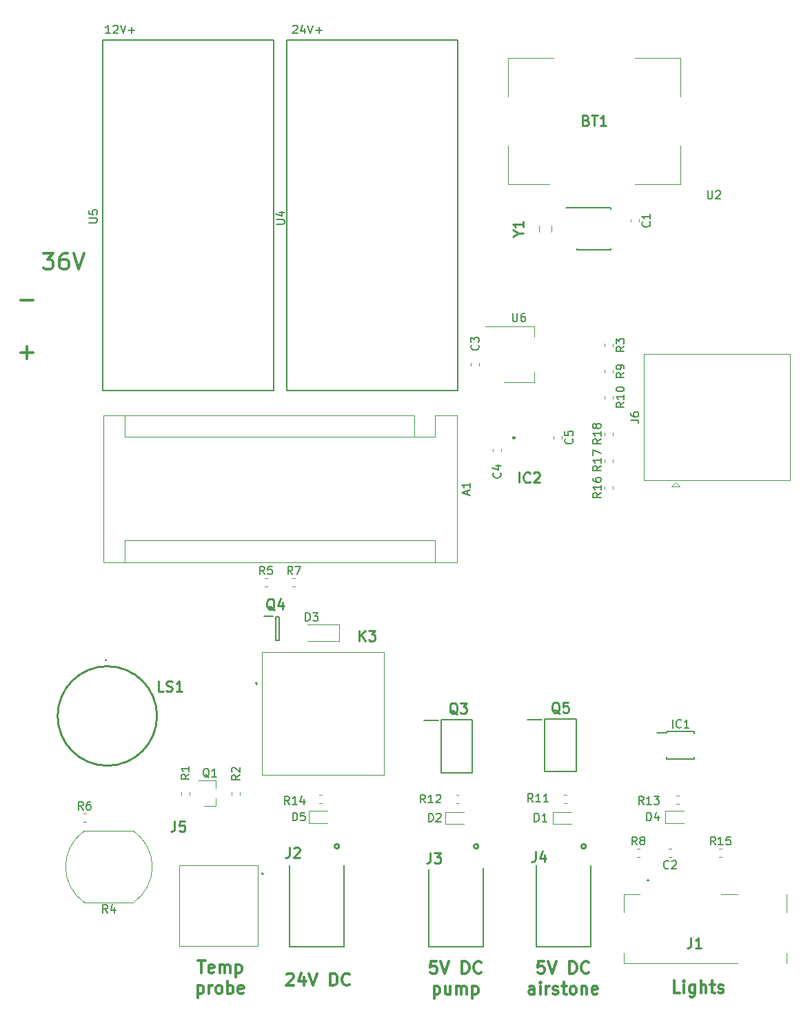
<source format=gbr>
G04 #@! TF.GenerationSoftware,KiCad,Pcbnew,(5.1.4)-1*
G04 #@! TF.CreationDate,2019-09-05T22:40:59+02:00*
G04 #@! TF.ProjectId,Control_board,436f6e74-726f-46c5-9f62-6f6172642e6b,rev?*
G04 #@! TF.SameCoordinates,Original*
G04 #@! TF.FileFunction,Legend,Top*
G04 #@! TF.FilePolarity,Positive*
%FSLAX46Y46*%
G04 Gerber Fmt 4.6, Leading zero omitted, Abs format (unit mm)*
G04 Created by KiCad (PCBNEW (5.1.4)-1) date 2019-09-05 22:40:59*
%MOMM*%
%LPD*%
G04 APERTURE LIST*
%ADD10C,0.150000*%
%ADD11C,0.300000*%
%ADD12C,0.100000*%
%ADD13C,0.200000*%
%ADD14C,0.120000*%
%ADD15C,0.254000*%
G04 APERTURE END LIST*
D10*
X112190476Y-62047619D02*
X112238095Y-62000000D01*
X112333333Y-61952380D01*
X112571428Y-61952380D01*
X112666666Y-62000000D01*
X112714285Y-62047619D01*
X112761904Y-62142857D01*
X112761904Y-62238095D01*
X112714285Y-62380952D01*
X112142857Y-62952380D01*
X112761904Y-62952380D01*
X113619047Y-62285714D02*
X113619047Y-62952380D01*
X113380952Y-61904761D02*
X113142857Y-62619047D01*
X113761904Y-62619047D01*
X114000000Y-61952380D02*
X114333333Y-62952380D01*
X114666666Y-61952380D01*
X115000000Y-62571428D02*
X115761904Y-62571428D01*
X115380952Y-62952380D02*
X115380952Y-62190476D01*
X89761904Y-62952380D02*
X89190476Y-62952380D01*
X89476190Y-62952380D02*
X89476190Y-61952380D01*
X89380952Y-62095238D01*
X89285714Y-62190476D01*
X89190476Y-62238095D01*
X90142857Y-62047619D02*
X90190476Y-62000000D01*
X90285714Y-61952380D01*
X90523809Y-61952380D01*
X90619047Y-62000000D01*
X90666666Y-62047619D01*
X90714285Y-62142857D01*
X90714285Y-62238095D01*
X90666666Y-62380952D01*
X90095238Y-62952380D01*
X90714285Y-62952380D01*
X91000000Y-61952380D02*
X91333333Y-62952380D01*
X91666666Y-61952380D01*
X92000000Y-62571428D02*
X92761904Y-62571428D01*
X92380952Y-62952380D02*
X92380952Y-62190476D01*
D11*
X78738095Y-95642857D02*
X80261904Y-95642857D01*
X78738095Y-102142857D02*
X80261904Y-102142857D01*
X79500000Y-102904761D02*
X79500000Y-101380952D01*
X81523809Y-89904761D02*
X82761904Y-89904761D01*
X82095238Y-90666666D01*
X82380952Y-90666666D01*
X82571428Y-90761904D01*
X82666666Y-90857142D01*
X82761904Y-91047619D01*
X82761904Y-91523809D01*
X82666666Y-91714285D01*
X82571428Y-91809523D01*
X82380952Y-91904761D01*
X81809523Y-91904761D01*
X81619047Y-91809523D01*
X81523809Y-91714285D01*
X84476190Y-89904761D02*
X84095238Y-89904761D01*
X83904761Y-90000000D01*
X83809523Y-90095238D01*
X83619047Y-90380952D01*
X83523809Y-90761904D01*
X83523809Y-91523809D01*
X83619047Y-91714285D01*
X83714285Y-91809523D01*
X83904761Y-91904761D01*
X84285714Y-91904761D01*
X84476190Y-91809523D01*
X84571428Y-91714285D01*
X84666666Y-91523809D01*
X84666666Y-91047619D01*
X84571428Y-90857142D01*
X84476190Y-90761904D01*
X84285714Y-90666666D01*
X83904761Y-90666666D01*
X83714285Y-90761904D01*
X83619047Y-90857142D01*
X83523809Y-91047619D01*
X85238095Y-89904761D02*
X85904761Y-91904761D01*
X86571428Y-89904761D01*
X159714285Y-180678571D02*
X159000000Y-180678571D01*
X159000000Y-179178571D01*
X160214285Y-180678571D02*
X160214285Y-179678571D01*
X160214285Y-179178571D02*
X160142857Y-179250000D01*
X160214285Y-179321428D01*
X160285714Y-179250000D01*
X160214285Y-179178571D01*
X160214285Y-179321428D01*
X161571428Y-179678571D02*
X161571428Y-180892857D01*
X161500000Y-181035714D01*
X161428571Y-181107142D01*
X161285714Y-181178571D01*
X161071428Y-181178571D01*
X160928571Y-181107142D01*
X161571428Y-180607142D02*
X161428571Y-180678571D01*
X161142857Y-180678571D01*
X161000000Y-180607142D01*
X160928571Y-180535714D01*
X160857142Y-180392857D01*
X160857142Y-179964285D01*
X160928571Y-179821428D01*
X161000000Y-179750000D01*
X161142857Y-179678571D01*
X161428571Y-179678571D01*
X161571428Y-179750000D01*
X162285714Y-180678571D02*
X162285714Y-179178571D01*
X162928571Y-180678571D02*
X162928571Y-179892857D01*
X162857142Y-179750000D01*
X162714285Y-179678571D01*
X162500000Y-179678571D01*
X162357142Y-179750000D01*
X162285714Y-179821428D01*
X163428571Y-179678571D02*
X164000000Y-179678571D01*
X163642857Y-179178571D02*
X163642857Y-180464285D01*
X163714285Y-180607142D01*
X163857142Y-180678571D01*
X164000000Y-180678571D01*
X164428571Y-180607142D02*
X164571428Y-180678571D01*
X164857142Y-180678571D01*
X165000000Y-180607142D01*
X165071428Y-180464285D01*
X165071428Y-180392857D01*
X165000000Y-180250000D01*
X164857142Y-180178571D01*
X164642857Y-180178571D01*
X164500000Y-180107142D01*
X164428571Y-179964285D01*
X164428571Y-179892857D01*
X164500000Y-179750000D01*
X164642857Y-179678571D01*
X164857142Y-179678571D01*
X165000000Y-179750000D01*
X100550000Y-176703571D02*
X101407142Y-176703571D01*
X100978571Y-178203571D02*
X100978571Y-176703571D01*
X102478571Y-178132142D02*
X102335714Y-178203571D01*
X102050000Y-178203571D01*
X101907142Y-178132142D01*
X101835714Y-177989285D01*
X101835714Y-177417857D01*
X101907142Y-177275000D01*
X102050000Y-177203571D01*
X102335714Y-177203571D01*
X102478571Y-177275000D01*
X102550000Y-177417857D01*
X102550000Y-177560714D01*
X101835714Y-177703571D01*
X103192857Y-178203571D02*
X103192857Y-177203571D01*
X103192857Y-177346428D02*
X103264285Y-177275000D01*
X103407142Y-177203571D01*
X103621428Y-177203571D01*
X103764285Y-177275000D01*
X103835714Y-177417857D01*
X103835714Y-178203571D01*
X103835714Y-177417857D02*
X103907142Y-177275000D01*
X104050000Y-177203571D01*
X104264285Y-177203571D01*
X104407142Y-177275000D01*
X104478571Y-177417857D01*
X104478571Y-178203571D01*
X105192857Y-177203571D02*
X105192857Y-178703571D01*
X105192857Y-177275000D02*
X105335714Y-177203571D01*
X105621428Y-177203571D01*
X105764285Y-177275000D01*
X105835714Y-177346428D01*
X105907142Y-177489285D01*
X105907142Y-177917857D01*
X105835714Y-178060714D01*
X105764285Y-178132142D01*
X105621428Y-178203571D01*
X105335714Y-178203571D01*
X105192857Y-178132142D01*
X100514285Y-179753571D02*
X100514285Y-181253571D01*
X100514285Y-179825000D02*
X100657142Y-179753571D01*
X100942857Y-179753571D01*
X101085714Y-179825000D01*
X101157142Y-179896428D01*
X101228571Y-180039285D01*
X101228571Y-180467857D01*
X101157142Y-180610714D01*
X101085714Y-180682142D01*
X100942857Y-180753571D01*
X100657142Y-180753571D01*
X100514285Y-180682142D01*
X101871428Y-180753571D02*
X101871428Y-179753571D01*
X101871428Y-180039285D02*
X101942857Y-179896428D01*
X102014285Y-179825000D01*
X102157142Y-179753571D01*
X102300000Y-179753571D01*
X103014285Y-180753571D02*
X102871428Y-180682142D01*
X102800000Y-180610714D01*
X102728571Y-180467857D01*
X102728571Y-180039285D01*
X102800000Y-179896428D01*
X102871428Y-179825000D01*
X103014285Y-179753571D01*
X103228571Y-179753571D01*
X103371428Y-179825000D01*
X103442857Y-179896428D01*
X103514285Y-180039285D01*
X103514285Y-180467857D01*
X103442857Y-180610714D01*
X103371428Y-180682142D01*
X103228571Y-180753571D01*
X103014285Y-180753571D01*
X104157142Y-180753571D02*
X104157142Y-179253571D01*
X104157142Y-179825000D02*
X104300000Y-179753571D01*
X104585714Y-179753571D01*
X104728571Y-179825000D01*
X104800000Y-179896428D01*
X104871428Y-180039285D01*
X104871428Y-180467857D01*
X104800000Y-180610714D01*
X104728571Y-180682142D01*
X104585714Y-180753571D01*
X104300000Y-180753571D01*
X104157142Y-180682142D01*
X106085714Y-180682142D02*
X105942857Y-180753571D01*
X105657142Y-180753571D01*
X105514285Y-180682142D01*
X105442857Y-180539285D01*
X105442857Y-179967857D01*
X105514285Y-179825000D01*
X105657142Y-179753571D01*
X105942857Y-179753571D01*
X106085714Y-179825000D01*
X106157142Y-179967857D01*
X106157142Y-180110714D01*
X105442857Y-180253571D01*
X111442857Y-178421428D02*
X111514285Y-178350000D01*
X111657142Y-178278571D01*
X112014285Y-178278571D01*
X112157142Y-178350000D01*
X112228571Y-178421428D01*
X112300000Y-178564285D01*
X112300000Y-178707142D01*
X112228571Y-178921428D01*
X111371428Y-179778571D01*
X112300000Y-179778571D01*
X113585714Y-178778571D02*
X113585714Y-179778571D01*
X113228571Y-178207142D02*
X112871428Y-179278571D01*
X113800000Y-179278571D01*
X114157142Y-178278571D02*
X114657142Y-179778571D01*
X115157142Y-178278571D01*
X116800000Y-179778571D02*
X116800000Y-178278571D01*
X117157142Y-178278571D01*
X117371428Y-178350000D01*
X117514285Y-178492857D01*
X117585714Y-178635714D01*
X117657142Y-178921428D01*
X117657142Y-179135714D01*
X117585714Y-179421428D01*
X117514285Y-179564285D01*
X117371428Y-179707142D01*
X117157142Y-179778571D01*
X116800000Y-179778571D01*
X119157142Y-179635714D02*
X119085714Y-179707142D01*
X118871428Y-179778571D01*
X118728571Y-179778571D01*
X118514285Y-179707142D01*
X118371428Y-179564285D01*
X118300000Y-179421428D01*
X118228571Y-179135714D01*
X118228571Y-178921428D01*
X118300000Y-178635714D01*
X118371428Y-178492857D01*
X118514285Y-178350000D01*
X118728571Y-178278571D01*
X118871428Y-178278571D01*
X119085714Y-178350000D01*
X119157142Y-178421428D01*
X143042857Y-176803571D02*
X142328571Y-176803571D01*
X142257142Y-177517857D01*
X142328571Y-177446428D01*
X142471428Y-177375000D01*
X142828571Y-177375000D01*
X142971428Y-177446428D01*
X143042857Y-177517857D01*
X143114285Y-177660714D01*
X143114285Y-178017857D01*
X143042857Y-178160714D01*
X142971428Y-178232142D01*
X142828571Y-178303571D01*
X142471428Y-178303571D01*
X142328571Y-178232142D01*
X142257142Y-178160714D01*
X143542857Y-176803571D02*
X144042857Y-178303571D01*
X144542857Y-176803571D01*
X146185714Y-178303571D02*
X146185714Y-176803571D01*
X146542857Y-176803571D01*
X146757142Y-176875000D01*
X146900000Y-177017857D01*
X146971428Y-177160714D01*
X147042857Y-177446428D01*
X147042857Y-177660714D01*
X146971428Y-177946428D01*
X146900000Y-178089285D01*
X146757142Y-178232142D01*
X146542857Y-178303571D01*
X146185714Y-178303571D01*
X148542857Y-178160714D02*
X148471428Y-178232142D01*
X148257142Y-178303571D01*
X148114285Y-178303571D01*
X147900000Y-178232142D01*
X147757142Y-178089285D01*
X147685714Y-177946428D01*
X147614285Y-177660714D01*
X147614285Y-177446428D01*
X147685714Y-177160714D01*
X147757142Y-177017857D01*
X147900000Y-176875000D01*
X148114285Y-176803571D01*
X148257142Y-176803571D01*
X148471428Y-176875000D01*
X148542857Y-176946428D01*
X141864285Y-180853571D02*
X141864285Y-180067857D01*
X141792857Y-179925000D01*
X141650000Y-179853571D01*
X141364285Y-179853571D01*
X141221428Y-179925000D01*
X141864285Y-180782142D02*
X141721428Y-180853571D01*
X141364285Y-180853571D01*
X141221428Y-180782142D01*
X141150000Y-180639285D01*
X141150000Y-180496428D01*
X141221428Y-180353571D01*
X141364285Y-180282142D01*
X141721428Y-180282142D01*
X141864285Y-180210714D01*
X142578571Y-180853571D02*
X142578571Y-179853571D01*
X142578571Y-179353571D02*
X142507142Y-179425000D01*
X142578571Y-179496428D01*
X142650000Y-179425000D01*
X142578571Y-179353571D01*
X142578571Y-179496428D01*
X143292857Y-180853571D02*
X143292857Y-179853571D01*
X143292857Y-180139285D02*
X143364285Y-179996428D01*
X143435714Y-179925000D01*
X143578571Y-179853571D01*
X143721428Y-179853571D01*
X144150000Y-180782142D02*
X144292857Y-180853571D01*
X144578571Y-180853571D01*
X144721428Y-180782142D01*
X144792857Y-180639285D01*
X144792857Y-180567857D01*
X144721428Y-180425000D01*
X144578571Y-180353571D01*
X144364285Y-180353571D01*
X144221428Y-180282142D01*
X144150000Y-180139285D01*
X144150000Y-180067857D01*
X144221428Y-179925000D01*
X144364285Y-179853571D01*
X144578571Y-179853571D01*
X144721428Y-179925000D01*
X145221428Y-179853571D02*
X145792857Y-179853571D01*
X145435714Y-179353571D02*
X145435714Y-180639285D01*
X145507142Y-180782142D01*
X145650000Y-180853571D01*
X145792857Y-180853571D01*
X146507142Y-180853571D02*
X146364285Y-180782142D01*
X146292857Y-180710714D01*
X146221428Y-180567857D01*
X146221428Y-180139285D01*
X146292857Y-179996428D01*
X146364285Y-179925000D01*
X146507142Y-179853571D01*
X146721428Y-179853571D01*
X146864285Y-179925000D01*
X146935714Y-179996428D01*
X147007142Y-180139285D01*
X147007142Y-180567857D01*
X146935714Y-180710714D01*
X146864285Y-180782142D01*
X146721428Y-180853571D01*
X146507142Y-180853571D01*
X147650000Y-179853571D02*
X147650000Y-180853571D01*
X147650000Y-179996428D02*
X147721428Y-179925000D01*
X147864285Y-179853571D01*
X148078571Y-179853571D01*
X148221428Y-179925000D01*
X148292857Y-180067857D01*
X148292857Y-180853571D01*
X149578571Y-180782142D02*
X149435714Y-180853571D01*
X149150000Y-180853571D01*
X149007142Y-180782142D01*
X148935714Y-180639285D01*
X148935714Y-180067857D01*
X149007142Y-179925000D01*
X149150000Y-179853571D01*
X149435714Y-179853571D01*
X149578571Y-179925000D01*
X149650000Y-180067857D01*
X149650000Y-180210714D01*
X148935714Y-180353571D01*
X129842857Y-176803571D02*
X129128571Y-176803571D01*
X129057142Y-177517857D01*
X129128571Y-177446428D01*
X129271428Y-177375000D01*
X129628571Y-177375000D01*
X129771428Y-177446428D01*
X129842857Y-177517857D01*
X129914285Y-177660714D01*
X129914285Y-178017857D01*
X129842857Y-178160714D01*
X129771428Y-178232142D01*
X129628571Y-178303571D01*
X129271428Y-178303571D01*
X129128571Y-178232142D01*
X129057142Y-178160714D01*
X130342857Y-176803571D02*
X130842857Y-178303571D01*
X131342857Y-176803571D01*
X132985714Y-178303571D02*
X132985714Y-176803571D01*
X133342857Y-176803571D01*
X133557142Y-176875000D01*
X133700000Y-177017857D01*
X133771428Y-177160714D01*
X133842857Y-177446428D01*
X133842857Y-177660714D01*
X133771428Y-177946428D01*
X133700000Y-178089285D01*
X133557142Y-178232142D01*
X133342857Y-178303571D01*
X132985714Y-178303571D01*
X135342857Y-178160714D02*
X135271428Y-178232142D01*
X135057142Y-178303571D01*
X134914285Y-178303571D01*
X134700000Y-178232142D01*
X134557142Y-178089285D01*
X134485714Y-177946428D01*
X134414285Y-177660714D01*
X134414285Y-177446428D01*
X134485714Y-177160714D01*
X134557142Y-177017857D01*
X134700000Y-176875000D01*
X134914285Y-176803571D01*
X135057142Y-176803571D01*
X135271428Y-176875000D01*
X135342857Y-176946428D01*
X129521428Y-179853571D02*
X129521428Y-181353571D01*
X129521428Y-179925000D02*
X129664285Y-179853571D01*
X129950000Y-179853571D01*
X130092857Y-179925000D01*
X130164285Y-179996428D01*
X130235714Y-180139285D01*
X130235714Y-180567857D01*
X130164285Y-180710714D01*
X130092857Y-180782142D01*
X129950000Y-180853571D01*
X129664285Y-180853571D01*
X129521428Y-180782142D01*
X131521428Y-179853571D02*
X131521428Y-180853571D01*
X130878571Y-179853571D02*
X130878571Y-180639285D01*
X130950000Y-180782142D01*
X131092857Y-180853571D01*
X131307142Y-180853571D01*
X131450000Y-180782142D01*
X131521428Y-180710714D01*
X132235714Y-180853571D02*
X132235714Y-179853571D01*
X132235714Y-179996428D02*
X132307142Y-179925000D01*
X132450000Y-179853571D01*
X132664285Y-179853571D01*
X132807142Y-179925000D01*
X132878571Y-180067857D01*
X132878571Y-180853571D01*
X132878571Y-180067857D02*
X132950000Y-179925000D01*
X133092857Y-179853571D01*
X133307142Y-179853571D01*
X133450000Y-179925000D01*
X133521428Y-180067857D01*
X133521428Y-180853571D01*
X134235714Y-179853571D02*
X134235714Y-181353571D01*
X134235714Y-179925000D02*
X134378571Y-179853571D01*
X134664285Y-179853571D01*
X134807142Y-179925000D01*
X134878571Y-179996428D01*
X134950000Y-180139285D01*
X134950000Y-180567857D01*
X134878571Y-180710714D01*
X134807142Y-180782142D01*
X134664285Y-180853571D01*
X134378571Y-180853571D01*
X134235714Y-180782142D01*
D12*
X154800000Y-168588000D02*
X152800000Y-168588000D01*
X152800000Y-168588000D02*
X152800000Y-170763000D01*
X152800000Y-175762000D02*
X152800000Y-177038000D01*
X152800000Y-177038000D02*
X166800000Y-177038000D01*
X172800000Y-177038000D02*
X172800000Y-175762000D01*
X164800000Y-168588000D02*
X166800000Y-168588000D01*
X172800000Y-168588000D02*
X172800000Y-170763000D01*
D13*
X155700000Y-166862000D02*
X155700000Y-166862000D01*
X155900000Y-166862000D02*
X155900000Y-166862000D01*
X155900000Y-166862000D02*
G75*
G03X155700000Y-166862000I-100000J0D01*
G01*
X155700000Y-166862000D02*
G75*
G03X155900000Y-166862000I100000J0D01*
G01*
D14*
X141860000Y-105760000D02*
X141860000Y-104500000D01*
X141860000Y-98940000D02*
X141860000Y-100200000D01*
X138100000Y-105760000D02*
X141860000Y-105760000D01*
X135850000Y-98940000D02*
X141860000Y-98940000D01*
X127130000Y-112470000D02*
X129670000Y-112470000D01*
X129670000Y-112470000D02*
X129670000Y-109800000D01*
X127130000Y-109800000D02*
X88900000Y-109800000D01*
X132340000Y-109800000D02*
X129670000Y-109800000D01*
X129670000Y-125170000D02*
X129670000Y-127840000D01*
X129670000Y-125170000D02*
X91570000Y-125170000D01*
X91570000Y-125170000D02*
X91570000Y-127840000D01*
X127130000Y-112470000D02*
X127130000Y-109800000D01*
X127130000Y-112470000D02*
X91570000Y-112470000D01*
X91570000Y-112470000D02*
X91570000Y-109800000D01*
X88900000Y-109800000D02*
X88900000Y-127840000D01*
X88900000Y-127840000D02*
X132340000Y-127840000D01*
X132340000Y-127840000D02*
X132340000Y-109800000D01*
D10*
X132400000Y-106800000D02*
X132400000Y-85800000D01*
X111400000Y-106800000D02*
X132400000Y-106800000D01*
X111400000Y-63800000D02*
X111400000Y-106800000D01*
X132400000Y-63800000D02*
X111400000Y-63800000D01*
X132400000Y-85800000D02*
X132400000Y-63800000D01*
D12*
X138650000Y-70700000D02*
X138650000Y-65950000D01*
X138650000Y-65950000D02*
X144200000Y-65950000D01*
X138650000Y-76700000D02*
X138650000Y-81450000D01*
X138650000Y-81450000D02*
X143700000Y-81450000D01*
X154200000Y-65950000D02*
X159750000Y-65950000D01*
X159750000Y-65950000D02*
X159750000Y-70700000D01*
X154200000Y-81450000D02*
X159750000Y-81450000D01*
X159750000Y-81450000D02*
X159750000Y-76700000D01*
D14*
X154710000Y-85737221D02*
X154710000Y-86062779D01*
X153690000Y-85737221D02*
X153690000Y-86062779D01*
X117850000Y-137500000D02*
X117850000Y-135500000D01*
X117850000Y-135500000D02*
X113950000Y-135500000D01*
X117850000Y-137500000D02*
X113950000Y-137500000D01*
D12*
X98238000Y-165050000D02*
X107888000Y-165050000D01*
X107888000Y-165050000D02*
X107888000Y-174960000D01*
X107888000Y-174960000D02*
X98238000Y-174960000D01*
X98238000Y-174960000D02*
X98238000Y-165050000D01*
D13*
X108463000Y-166160000D02*
X108463000Y-166160000D01*
X108463000Y-165960000D02*
X108463000Y-165960000D01*
X108463000Y-165960000D02*
G75*
G03X108463000Y-166160000I0J-100000D01*
G01*
X108463000Y-166160000D02*
G75*
G03X108463000Y-165960000I0J100000D01*
G01*
D12*
X108400000Y-138900000D02*
X123400000Y-138900000D01*
X123400000Y-138900000D02*
X123400000Y-153900000D01*
X123400000Y-153900000D02*
X108400000Y-153900000D01*
X108400000Y-153900000D02*
X108400000Y-138900000D01*
D13*
X107700000Y-142800000D02*
X107700000Y-142800000D01*
X107700000Y-142600000D02*
X107700000Y-142600000D01*
X107700000Y-142600000D02*
G75*
G03X107700000Y-142800000I0J-100000D01*
G01*
X107700000Y-142800000D02*
G75*
G03X107700000Y-142600000I0J100000D01*
G01*
D15*
X95500000Y-146700000D02*
G75*
G03X95500000Y-146700000I-6100000J0D01*
G01*
X89222090Y-139839000D02*
G75*
G03X89222090Y-139839000I-50090J0D01*
G01*
D14*
X102760000Y-157780000D02*
X102760000Y-156850000D01*
X102760000Y-154620000D02*
X102760000Y-155550000D01*
X102760000Y-154620000D02*
X100600000Y-154620000D01*
X102760000Y-157780000D02*
X101300000Y-157780000D01*
D13*
X110075000Y-134550000D02*
X110525000Y-134550000D01*
X110525000Y-134550000D02*
X110525000Y-137450000D01*
X110525000Y-137450000D02*
X110075000Y-137450000D01*
X110075000Y-137450000D02*
X110075000Y-134550000D01*
X108675000Y-134500000D02*
X109725000Y-134500000D01*
D14*
X98490000Y-156049721D02*
X98490000Y-156375279D01*
X99510000Y-156049721D02*
X99510000Y-156375279D01*
X104690000Y-156375279D02*
X104690000Y-156049721D01*
X105710000Y-156375279D02*
X105710000Y-156049721D01*
X92600000Y-160800000D02*
X86600000Y-160800000D01*
X92600000Y-169600000D02*
X86600000Y-169600000D01*
X92632650Y-169577560D02*
G75*
G03X92600000Y-160800000I-3032650J4377560D01*
G01*
X86567350Y-160822440D02*
G75*
G03X86600000Y-169600000I3032650J-4377560D01*
G01*
X108724721Y-130810000D02*
X109050279Y-130810000D01*
X108724721Y-129790000D02*
X109050279Y-129790000D01*
X86437221Y-159710000D02*
X86762779Y-159710000D01*
X86437221Y-158690000D02*
X86762779Y-158690000D01*
X112149721Y-129790000D02*
X112475279Y-129790000D01*
X112149721Y-130810000D02*
X112475279Y-130810000D01*
D10*
X147125000Y-84325000D02*
X147125000Y-84375000D01*
X151275000Y-84325000D02*
X151275000Y-84470000D01*
X151275000Y-89475000D02*
X151275000Y-89330000D01*
X147125000Y-89475000D02*
X147125000Y-89330000D01*
X147125000Y-84325000D02*
X151275000Y-84325000D01*
X147125000Y-89475000D02*
X151275000Y-89475000D01*
X147125000Y-84375000D02*
X145725000Y-84375000D01*
X109800000Y-85800000D02*
X109800000Y-63800000D01*
X109800000Y-63800000D02*
X88800000Y-63800000D01*
X88800000Y-63800000D02*
X88800000Y-106800000D01*
X88800000Y-106800000D02*
X109800000Y-106800000D01*
X109800000Y-106800000D02*
X109800000Y-85800000D01*
D12*
X143950000Y-86500000D02*
X143950000Y-87300000D01*
X142450000Y-86500000D02*
X142450000Y-87300000D01*
D14*
X158665279Y-164010000D02*
X158339721Y-164010000D01*
X158665279Y-162990000D02*
X158339721Y-162990000D01*
X154444721Y-162990000D02*
X154770279Y-162990000D01*
X154444721Y-164010000D02*
X154770279Y-164010000D01*
X135060000Y-103374721D02*
X135060000Y-103700279D01*
X134040000Y-103374721D02*
X134040000Y-103700279D01*
X144115000Y-159935000D02*
X146400000Y-159935000D01*
X144115000Y-158465000D02*
X144115000Y-159935000D01*
X146400000Y-158465000D02*
X144115000Y-158465000D01*
X133212500Y-158465000D02*
X130927500Y-158465000D01*
X130927500Y-158465000D02*
X130927500Y-159935000D01*
X130927500Y-159935000D02*
X133212500Y-159935000D01*
X160187500Y-158365000D02*
X157902500Y-158365000D01*
X157902500Y-158365000D02*
X157902500Y-159835000D01*
X157902500Y-159835000D02*
X160187500Y-159835000D01*
X114115000Y-159835000D02*
X116400000Y-159835000D01*
X114115000Y-158365000D02*
X114115000Y-159835000D01*
X116400000Y-158365000D02*
X114115000Y-158365000D01*
D10*
X158125000Y-148625000D02*
X158125000Y-148800000D01*
X161475000Y-148625000D02*
X161475000Y-148875000D01*
X161475000Y-151975000D02*
X161475000Y-151725000D01*
X158125000Y-151975000D02*
X158125000Y-151725000D01*
X158125000Y-148625000D02*
X161475000Y-148625000D01*
X158125000Y-151975000D02*
X161475000Y-151975000D01*
X158125000Y-148800000D02*
X156875000Y-148800000D01*
D13*
X130375000Y-147150000D02*
X134225000Y-147150000D01*
X134225000Y-147150000D02*
X134225000Y-153650000D01*
X134225000Y-153650000D02*
X130375000Y-153650000D01*
X130375000Y-153650000D02*
X130375000Y-147150000D01*
X128275000Y-147275000D02*
X130025000Y-147275000D01*
X141025000Y-147175000D02*
X142775000Y-147175000D01*
X143125000Y-153550000D02*
X143125000Y-147050000D01*
X146975000Y-153550000D02*
X143125000Y-153550000D01*
X146975000Y-147050000D02*
X146975000Y-153550000D01*
X143125000Y-147050000D02*
X146975000Y-147050000D01*
D14*
X145449721Y-156390000D02*
X145775279Y-156390000D01*
X145449721Y-157410000D02*
X145775279Y-157410000D01*
X132237221Y-157410000D02*
X132562779Y-157410000D01*
X132237221Y-156390000D02*
X132562779Y-156390000D01*
X159249721Y-156490000D02*
X159575279Y-156490000D01*
X159249721Y-157510000D02*
X159575279Y-157510000D01*
X115449721Y-157410000D02*
X115775279Y-157410000D01*
X115449721Y-156390000D02*
X115775279Y-156390000D01*
D13*
X128850000Y-175000000D02*
X135500000Y-175000000D01*
D15*
X134974360Y-162700000D02*
G75*
G03X134974360Y-162700000I-274360J0D01*
G01*
D10*
X135600000Y-175000000D02*
X135600000Y-165400000D01*
X128850000Y-175000000D02*
X128850000Y-165500000D01*
D13*
X111750000Y-175000000D02*
X118400000Y-175000000D01*
D15*
X117874360Y-162700000D02*
G75*
G03X117874360Y-162700000I-274360J0D01*
G01*
D10*
X118500000Y-175000000D02*
X118500000Y-165400000D01*
X111750000Y-175000000D02*
X111750000Y-165500000D01*
X118500000Y-165400000D02*
X118500000Y-165000000D01*
X111800000Y-165000000D02*
X111800000Y-165500000D01*
X142100000Y-165000000D02*
X142100000Y-165500000D01*
X148800000Y-165400000D02*
X148800000Y-165000000D01*
X142050000Y-175000000D02*
X142050000Y-165500000D01*
X148800000Y-175000000D02*
X148800000Y-165400000D01*
D15*
X148174360Y-162700000D02*
G75*
G03X148174360Y-162700000I-274360J0D01*
G01*
D13*
X142050000Y-175000000D02*
X148700000Y-175000000D01*
D14*
X164549721Y-162990000D02*
X164875279Y-162990000D01*
X164549721Y-164010000D02*
X164875279Y-164010000D01*
X136790000Y-113937221D02*
X136790000Y-114262779D01*
X137810000Y-113937221D02*
X137810000Y-114262779D01*
X145210000Y-112349721D02*
X145210000Y-112675279D01*
X144190000Y-112349721D02*
X144190000Y-112675279D01*
X159700000Y-118500000D02*
X159200000Y-118000000D01*
X158700000Y-118500000D02*
X159700000Y-118500000D01*
X159200000Y-118000000D02*
X158700000Y-118500000D01*
X173280000Y-117815000D02*
X173280000Y-102295000D01*
X155320000Y-102295000D02*
X173280000Y-102295000D01*
X155320000Y-102295000D02*
X155320000Y-117815000D01*
X155320000Y-117815000D02*
X173280000Y-117815000D01*
X151510000Y-101037221D02*
X151510000Y-101362779D01*
X150490000Y-101037221D02*
X150490000Y-101362779D01*
X151510000Y-104237221D02*
X151510000Y-104562779D01*
X150490000Y-104237221D02*
X150490000Y-104562779D01*
X150490000Y-107424721D02*
X150490000Y-107750279D01*
X151510000Y-107424721D02*
X151510000Y-107750279D01*
X151510000Y-118850279D02*
X151510000Y-118524721D01*
X150490000Y-118850279D02*
X150490000Y-118524721D01*
X150490000Y-115550279D02*
X150490000Y-115224721D01*
X151510000Y-115550279D02*
X151510000Y-115224721D01*
X151510000Y-112250279D02*
X151510000Y-111924721D01*
X150490000Y-112250279D02*
X150490000Y-111924721D01*
D15*
X139450000Y-112550000D02*
G75*
G03X139450000Y-112550000I-125000J0D01*
G01*
X161076666Y-173904523D02*
X161076666Y-174811666D01*
X161016190Y-174993095D01*
X160895238Y-175114047D01*
X160713809Y-175174523D01*
X160592857Y-175174523D01*
X162346666Y-175174523D02*
X161620952Y-175174523D01*
X161983809Y-175174523D02*
X161983809Y-173904523D01*
X161862857Y-174085952D01*
X161741904Y-174206904D01*
X161620952Y-174267380D01*
D10*
X139188095Y-97302380D02*
X139188095Y-98111904D01*
X139235714Y-98207142D01*
X139283333Y-98254761D01*
X139378571Y-98302380D01*
X139569047Y-98302380D01*
X139664285Y-98254761D01*
X139711904Y-98207142D01*
X139759523Y-98111904D01*
X139759523Y-97302380D01*
X140664285Y-97302380D02*
X140473809Y-97302380D01*
X140378571Y-97350000D01*
X140330952Y-97397619D01*
X140235714Y-97540476D01*
X140188095Y-97730952D01*
X140188095Y-98111904D01*
X140235714Y-98207142D01*
X140283333Y-98254761D01*
X140378571Y-98302380D01*
X140569047Y-98302380D01*
X140664285Y-98254761D01*
X140711904Y-98207142D01*
X140759523Y-98111904D01*
X140759523Y-97873809D01*
X140711904Y-97778571D01*
X140664285Y-97730952D01*
X140569047Y-97683333D01*
X140378571Y-97683333D01*
X140283333Y-97730952D01*
X140235714Y-97778571D01*
X140188095Y-97873809D01*
X133646666Y-119534285D02*
X133646666Y-119058095D01*
X133932380Y-119629523D02*
X132932380Y-119296190D01*
X133932380Y-118962857D01*
X133932380Y-118105714D02*
X133932380Y-118677142D01*
X133932380Y-118391428D02*
X132932380Y-118391428D01*
X133075238Y-118486666D01*
X133170476Y-118581904D01*
X133218095Y-118677142D01*
X110152380Y-86361904D02*
X110961904Y-86361904D01*
X111057142Y-86314285D01*
X111104761Y-86266666D01*
X111152380Y-86171428D01*
X111152380Y-85980952D01*
X111104761Y-85885714D01*
X111057142Y-85838095D01*
X110961904Y-85790476D01*
X110152380Y-85790476D01*
X110485714Y-84885714D02*
X111152380Y-84885714D01*
X110104761Y-85123809D02*
X110819047Y-85361904D01*
X110819047Y-84742857D01*
D15*
X148202142Y-73609285D02*
X148383571Y-73669761D01*
X148444047Y-73730238D01*
X148504523Y-73851190D01*
X148504523Y-74032619D01*
X148444047Y-74153571D01*
X148383571Y-74214047D01*
X148262619Y-74274523D01*
X147778809Y-74274523D01*
X147778809Y-73004523D01*
X148202142Y-73004523D01*
X148323095Y-73065000D01*
X148383571Y-73125476D01*
X148444047Y-73246428D01*
X148444047Y-73367380D01*
X148383571Y-73488333D01*
X148323095Y-73548809D01*
X148202142Y-73609285D01*
X147778809Y-73609285D01*
X148867380Y-73004523D02*
X149593095Y-73004523D01*
X149230238Y-74274523D02*
X149230238Y-73004523D01*
X150681666Y-74274523D02*
X149955952Y-74274523D01*
X150318809Y-74274523D02*
X150318809Y-73004523D01*
X150197857Y-73185952D01*
X150076904Y-73306904D01*
X149955952Y-73367380D01*
D10*
X155987142Y-86066666D02*
X156034761Y-86114285D01*
X156082380Y-86257142D01*
X156082380Y-86352380D01*
X156034761Y-86495238D01*
X155939523Y-86590476D01*
X155844285Y-86638095D01*
X155653809Y-86685714D01*
X155510952Y-86685714D01*
X155320476Y-86638095D01*
X155225238Y-86590476D01*
X155130000Y-86495238D01*
X155082380Y-86352380D01*
X155082380Y-86257142D01*
X155130000Y-86114285D01*
X155177619Y-86066666D01*
X156082380Y-85114285D02*
X156082380Y-85685714D01*
X156082380Y-85400000D02*
X155082380Y-85400000D01*
X155225238Y-85495238D01*
X155320476Y-85590476D01*
X155368095Y-85685714D01*
X113761904Y-135052380D02*
X113761904Y-134052380D01*
X114000000Y-134052380D01*
X114142857Y-134100000D01*
X114238095Y-134195238D01*
X114285714Y-134290476D01*
X114333333Y-134480952D01*
X114333333Y-134623809D01*
X114285714Y-134814285D01*
X114238095Y-134909523D01*
X114142857Y-135004761D01*
X114000000Y-135052380D01*
X113761904Y-135052380D01*
X114666666Y-134052380D02*
X115285714Y-134052380D01*
X114952380Y-134433333D01*
X115095238Y-134433333D01*
X115190476Y-134480952D01*
X115238095Y-134528571D01*
X115285714Y-134623809D01*
X115285714Y-134861904D01*
X115238095Y-134957142D01*
X115190476Y-135004761D01*
X115095238Y-135052380D01*
X114809523Y-135052380D01*
X114714285Y-135004761D01*
X114666666Y-134957142D01*
D15*
X97676666Y-159604523D02*
X97676666Y-160511666D01*
X97616190Y-160693095D01*
X97495238Y-160814047D01*
X97313809Y-160874523D01*
X97192857Y-160874523D01*
X98886190Y-159604523D02*
X98281428Y-159604523D01*
X98220952Y-160209285D01*
X98281428Y-160148809D01*
X98402380Y-160088333D01*
X98704761Y-160088333D01*
X98825714Y-160148809D01*
X98886190Y-160209285D01*
X98946666Y-160330238D01*
X98946666Y-160632619D01*
X98886190Y-160753571D01*
X98825714Y-160814047D01*
X98704761Y-160874523D01*
X98402380Y-160874523D01*
X98281428Y-160814047D01*
X98220952Y-160753571D01*
X120362619Y-137474523D02*
X120362619Y-136204523D01*
X121088333Y-137474523D02*
X120544047Y-136748809D01*
X121088333Y-136204523D02*
X120362619Y-136930238D01*
X121511666Y-136204523D02*
X122297857Y-136204523D01*
X121874523Y-136688333D01*
X122055952Y-136688333D01*
X122176904Y-136748809D01*
X122237380Y-136809285D01*
X122297857Y-136930238D01*
X122297857Y-137232619D01*
X122237380Y-137353571D01*
X122176904Y-137414047D01*
X122055952Y-137474523D01*
X121693095Y-137474523D01*
X121572142Y-137414047D01*
X121511666Y-137353571D01*
X96283571Y-143674523D02*
X95678809Y-143674523D01*
X95678809Y-142404523D01*
X96646428Y-143614047D02*
X96827857Y-143674523D01*
X97130238Y-143674523D01*
X97251190Y-143614047D01*
X97311666Y-143553571D01*
X97372142Y-143432619D01*
X97372142Y-143311666D01*
X97311666Y-143190714D01*
X97251190Y-143130238D01*
X97130238Y-143069761D01*
X96888333Y-143009285D01*
X96767380Y-142948809D01*
X96706904Y-142888333D01*
X96646428Y-142767380D01*
X96646428Y-142646428D01*
X96706904Y-142525476D01*
X96767380Y-142465000D01*
X96888333Y-142404523D01*
X97190714Y-142404523D01*
X97372142Y-142465000D01*
X98581666Y-143674523D02*
X97855952Y-143674523D01*
X98218809Y-143674523D02*
X98218809Y-142404523D01*
X98097857Y-142585952D01*
X97976904Y-142706904D01*
X97855952Y-142767380D01*
D10*
X101904761Y-154247619D02*
X101809523Y-154200000D01*
X101714285Y-154104761D01*
X101571428Y-153961904D01*
X101476190Y-153914285D01*
X101380952Y-153914285D01*
X101428571Y-154152380D02*
X101333333Y-154104761D01*
X101238095Y-154009523D01*
X101190476Y-153819047D01*
X101190476Y-153485714D01*
X101238095Y-153295238D01*
X101333333Y-153200000D01*
X101428571Y-153152380D01*
X101619047Y-153152380D01*
X101714285Y-153200000D01*
X101809523Y-153295238D01*
X101857142Y-153485714D01*
X101857142Y-153819047D01*
X101809523Y-154009523D01*
X101714285Y-154104761D01*
X101619047Y-154152380D01*
X101428571Y-154152380D01*
X102809523Y-154152380D02*
X102238095Y-154152380D01*
X102523809Y-154152380D02*
X102523809Y-153152380D01*
X102428571Y-153295238D01*
X102333333Y-153390476D01*
X102238095Y-153438095D01*
D15*
X109929047Y-133695476D02*
X109808095Y-133635000D01*
X109687142Y-133514047D01*
X109505714Y-133332619D01*
X109384761Y-133272142D01*
X109263809Y-133272142D01*
X109324285Y-133574523D02*
X109203333Y-133514047D01*
X109082380Y-133393095D01*
X109021904Y-133151190D01*
X109021904Y-132727857D01*
X109082380Y-132485952D01*
X109203333Y-132365000D01*
X109324285Y-132304523D01*
X109566190Y-132304523D01*
X109687142Y-132365000D01*
X109808095Y-132485952D01*
X109868571Y-132727857D01*
X109868571Y-133151190D01*
X109808095Y-133393095D01*
X109687142Y-133514047D01*
X109566190Y-133574523D01*
X109324285Y-133574523D01*
X110957142Y-132727857D02*
X110957142Y-133574523D01*
X110654761Y-132244047D02*
X110352380Y-133151190D01*
X111138571Y-133151190D01*
D10*
X99452380Y-153866666D02*
X98976190Y-154200000D01*
X99452380Y-154438095D02*
X98452380Y-154438095D01*
X98452380Y-154057142D01*
X98500000Y-153961904D01*
X98547619Y-153914285D01*
X98642857Y-153866666D01*
X98785714Y-153866666D01*
X98880952Y-153914285D01*
X98928571Y-153961904D01*
X98976190Y-154057142D01*
X98976190Y-154438095D01*
X99452380Y-152914285D02*
X99452380Y-153485714D01*
X99452380Y-153200000D02*
X98452380Y-153200000D01*
X98595238Y-153295238D01*
X98690476Y-153390476D01*
X98738095Y-153485714D01*
X105652380Y-153966666D02*
X105176190Y-154300000D01*
X105652380Y-154538095D02*
X104652380Y-154538095D01*
X104652380Y-154157142D01*
X104700000Y-154061904D01*
X104747619Y-154014285D01*
X104842857Y-153966666D01*
X104985714Y-153966666D01*
X105080952Y-154014285D01*
X105128571Y-154061904D01*
X105176190Y-154157142D01*
X105176190Y-154538095D01*
X104747619Y-153585714D02*
X104700000Y-153538095D01*
X104652380Y-153442857D01*
X104652380Y-153204761D01*
X104700000Y-153109523D01*
X104747619Y-153061904D01*
X104842857Y-153014285D01*
X104938095Y-153014285D01*
X105080952Y-153061904D01*
X105652380Y-153633333D01*
X105652380Y-153014285D01*
X89433333Y-170852380D02*
X89100000Y-170376190D01*
X88861904Y-170852380D02*
X88861904Y-169852380D01*
X89242857Y-169852380D01*
X89338095Y-169900000D01*
X89385714Y-169947619D01*
X89433333Y-170042857D01*
X89433333Y-170185714D01*
X89385714Y-170280952D01*
X89338095Y-170328571D01*
X89242857Y-170376190D01*
X88861904Y-170376190D01*
X90290476Y-170185714D02*
X90290476Y-170852380D01*
X90052380Y-169804761D02*
X89814285Y-170519047D01*
X90433333Y-170519047D01*
X108720833Y-129322380D02*
X108387500Y-128846190D01*
X108149404Y-129322380D02*
X108149404Y-128322380D01*
X108530357Y-128322380D01*
X108625595Y-128370000D01*
X108673214Y-128417619D01*
X108720833Y-128512857D01*
X108720833Y-128655714D01*
X108673214Y-128750952D01*
X108625595Y-128798571D01*
X108530357Y-128846190D01*
X108149404Y-128846190D01*
X109625595Y-128322380D02*
X109149404Y-128322380D01*
X109101785Y-128798571D01*
X109149404Y-128750952D01*
X109244642Y-128703333D01*
X109482738Y-128703333D01*
X109577976Y-128750952D01*
X109625595Y-128798571D01*
X109673214Y-128893809D01*
X109673214Y-129131904D01*
X109625595Y-129227142D01*
X109577976Y-129274761D01*
X109482738Y-129322380D01*
X109244642Y-129322380D01*
X109149404Y-129274761D01*
X109101785Y-129227142D01*
X86433333Y-158222380D02*
X86100000Y-157746190D01*
X85861904Y-158222380D02*
X85861904Y-157222380D01*
X86242857Y-157222380D01*
X86338095Y-157270000D01*
X86385714Y-157317619D01*
X86433333Y-157412857D01*
X86433333Y-157555714D01*
X86385714Y-157650952D01*
X86338095Y-157698571D01*
X86242857Y-157746190D01*
X85861904Y-157746190D01*
X87290476Y-157222380D02*
X87100000Y-157222380D01*
X87004761Y-157270000D01*
X86957142Y-157317619D01*
X86861904Y-157460476D01*
X86814285Y-157650952D01*
X86814285Y-158031904D01*
X86861904Y-158127142D01*
X86909523Y-158174761D01*
X87004761Y-158222380D01*
X87195238Y-158222380D01*
X87290476Y-158174761D01*
X87338095Y-158127142D01*
X87385714Y-158031904D01*
X87385714Y-157793809D01*
X87338095Y-157698571D01*
X87290476Y-157650952D01*
X87195238Y-157603333D01*
X87004761Y-157603333D01*
X86909523Y-157650952D01*
X86861904Y-157698571D01*
X86814285Y-157793809D01*
X112145833Y-129322380D02*
X111812500Y-128846190D01*
X111574404Y-129322380D02*
X111574404Y-128322380D01*
X111955357Y-128322380D01*
X112050595Y-128370000D01*
X112098214Y-128417619D01*
X112145833Y-128512857D01*
X112145833Y-128655714D01*
X112098214Y-128750952D01*
X112050595Y-128798571D01*
X111955357Y-128846190D01*
X111574404Y-128846190D01*
X112479166Y-128322380D02*
X113145833Y-128322380D01*
X112717261Y-129322380D01*
X163138095Y-82252380D02*
X163138095Y-83061904D01*
X163185714Y-83157142D01*
X163233333Y-83204761D01*
X163328571Y-83252380D01*
X163519047Y-83252380D01*
X163614285Y-83204761D01*
X163661904Y-83157142D01*
X163709523Y-83061904D01*
X163709523Y-82252380D01*
X164138095Y-82347619D02*
X164185714Y-82300000D01*
X164280952Y-82252380D01*
X164519047Y-82252380D01*
X164614285Y-82300000D01*
X164661904Y-82347619D01*
X164709523Y-82442857D01*
X164709523Y-82538095D01*
X164661904Y-82680952D01*
X164090476Y-83252380D01*
X164709523Y-83252380D01*
X87152380Y-86161904D02*
X87961904Y-86161904D01*
X88057142Y-86114285D01*
X88104761Y-86066666D01*
X88152380Y-85971428D01*
X88152380Y-85780952D01*
X88104761Y-85685714D01*
X88057142Y-85638095D01*
X87961904Y-85590476D01*
X87152380Y-85590476D01*
X87152380Y-84638095D02*
X87152380Y-85114285D01*
X87628571Y-85161904D01*
X87580952Y-85114285D01*
X87533333Y-85019047D01*
X87533333Y-84780952D01*
X87580952Y-84685714D01*
X87628571Y-84638095D01*
X87723809Y-84590476D01*
X87961904Y-84590476D01*
X88057142Y-84638095D01*
X88104761Y-84685714D01*
X88152380Y-84780952D01*
X88152380Y-85019047D01*
X88104761Y-85114285D01*
X88057142Y-85161904D01*
D15*
X139869761Y-87504761D02*
X140474523Y-87504761D01*
X139204523Y-87928095D02*
X139869761Y-87504761D01*
X139204523Y-87081428D01*
X140474523Y-85992857D02*
X140474523Y-86718571D01*
X140474523Y-86355714D02*
X139204523Y-86355714D01*
X139385952Y-86476666D01*
X139506904Y-86597619D01*
X139567380Y-86718571D01*
D10*
X158335833Y-165357142D02*
X158288214Y-165404761D01*
X158145357Y-165452380D01*
X158050119Y-165452380D01*
X157907261Y-165404761D01*
X157812023Y-165309523D01*
X157764404Y-165214285D01*
X157716785Y-165023809D01*
X157716785Y-164880952D01*
X157764404Y-164690476D01*
X157812023Y-164595238D01*
X157907261Y-164500000D01*
X158050119Y-164452380D01*
X158145357Y-164452380D01*
X158288214Y-164500000D01*
X158335833Y-164547619D01*
X158716785Y-164547619D02*
X158764404Y-164500000D01*
X158859642Y-164452380D01*
X159097738Y-164452380D01*
X159192976Y-164500000D01*
X159240595Y-164547619D01*
X159288214Y-164642857D01*
X159288214Y-164738095D01*
X159240595Y-164880952D01*
X158669166Y-165452380D01*
X159288214Y-165452380D01*
X154440833Y-162522380D02*
X154107500Y-162046190D01*
X153869404Y-162522380D02*
X153869404Y-161522380D01*
X154250357Y-161522380D01*
X154345595Y-161570000D01*
X154393214Y-161617619D01*
X154440833Y-161712857D01*
X154440833Y-161855714D01*
X154393214Y-161950952D01*
X154345595Y-161998571D01*
X154250357Y-162046190D01*
X153869404Y-162046190D01*
X155012261Y-161950952D02*
X154917023Y-161903333D01*
X154869404Y-161855714D01*
X154821785Y-161760476D01*
X154821785Y-161712857D01*
X154869404Y-161617619D01*
X154917023Y-161570000D01*
X155012261Y-161522380D01*
X155202738Y-161522380D01*
X155297976Y-161570000D01*
X155345595Y-161617619D01*
X155393214Y-161712857D01*
X155393214Y-161760476D01*
X155345595Y-161855714D01*
X155297976Y-161903333D01*
X155202738Y-161950952D01*
X155012261Y-161950952D01*
X154917023Y-161998571D01*
X154869404Y-162046190D01*
X154821785Y-162141428D01*
X154821785Y-162331904D01*
X154869404Y-162427142D01*
X154917023Y-162474761D01*
X155012261Y-162522380D01*
X155202738Y-162522380D01*
X155297976Y-162474761D01*
X155345595Y-162427142D01*
X155393214Y-162331904D01*
X155393214Y-162141428D01*
X155345595Y-162046190D01*
X155297976Y-161998571D01*
X155202738Y-161950952D01*
X134957142Y-101166666D02*
X135004761Y-101214285D01*
X135052380Y-101357142D01*
X135052380Y-101452380D01*
X135004761Y-101595238D01*
X134909523Y-101690476D01*
X134814285Y-101738095D01*
X134623809Y-101785714D01*
X134480952Y-101785714D01*
X134290476Y-101738095D01*
X134195238Y-101690476D01*
X134100000Y-101595238D01*
X134052380Y-101452380D01*
X134052380Y-101357142D01*
X134100000Y-101214285D01*
X134147619Y-101166666D01*
X134052380Y-100833333D02*
X134052380Y-100214285D01*
X134433333Y-100547619D01*
X134433333Y-100404761D01*
X134480952Y-100309523D01*
X134528571Y-100261904D01*
X134623809Y-100214285D01*
X134861904Y-100214285D01*
X134957142Y-100261904D01*
X135004761Y-100309523D01*
X135052380Y-100404761D01*
X135052380Y-100690476D01*
X135004761Y-100785714D01*
X134957142Y-100833333D01*
X141861904Y-159652380D02*
X141861904Y-158652380D01*
X142100000Y-158652380D01*
X142242857Y-158700000D01*
X142338095Y-158795238D01*
X142385714Y-158890476D01*
X142433333Y-159080952D01*
X142433333Y-159223809D01*
X142385714Y-159414285D01*
X142338095Y-159509523D01*
X142242857Y-159604761D01*
X142100000Y-159652380D01*
X141861904Y-159652380D01*
X143385714Y-159652380D02*
X142814285Y-159652380D01*
X143100000Y-159652380D02*
X143100000Y-158652380D01*
X143004761Y-158795238D01*
X142909523Y-158890476D01*
X142814285Y-158938095D01*
X128861904Y-159652380D02*
X128861904Y-158652380D01*
X129100000Y-158652380D01*
X129242857Y-158700000D01*
X129338095Y-158795238D01*
X129385714Y-158890476D01*
X129433333Y-159080952D01*
X129433333Y-159223809D01*
X129385714Y-159414285D01*
X129338095Y-159509523D01*
X129242857Y-159604761D01*
X129100000Y-159652380D01*
X128861904Y-159652380D01*
X129814285Y-158747619D02*
X129861904Y-158700000D01*
X129957142Y-158652380D01*
X130195238Y-158652380D01*
X130290476Y-158700000D01*
X130338095Y-158747619D01*
X130385714Y-158842857D01*
X130385714Y-158938095D01*
X130338095Y-159080952D01*
X129766666Y-159652380D01*
X130385714Y-159652380D01*
X155661904Y-159552380D02*
X155661904Y-158552380D01*
X155900000Y-158552380D01*
X156042857Y-158600000D01*
X156138095Y-158695238D01*
X156185714Y-158790476D01*
X156233333Y-158980952D01*
X156233333Y-159123809D01*
X156185714Y-159314285D01*
X156138095Y-159409523D01*
X156042857Y-159504761D01*
X155900000Y-159552380D01*
X155661904Y-159552380D01*
X157090476Y-158885714D02*
X157090476Y-159552380D01*
X156852380Y-158504761D02*
X156614285Y-159219047D01*
X157233333Y-159219047D01*
X112161904Y-159552380D02*
X112161904Y-158552380D01*
X112400000Y-158552380D01*
X112542857Y-158600000D01*
X112638095Y-158695238D01*
X112685714Y-158790476D01*
X112733333Y-158980952D01*
X112733333Y-159123809D01*
X112685714Y-159314285D01*
X112638095Y-159409523D01*
X112542857Y-159504761D01*
X112400000Y-159552380D01*
X112161904Y-159552380D01*
X113638095Y-158552380D02*
X113161904Y-158552380D01*
X113114285Y-159028571D01*
X113161904Y-158980952D01*
X113257142Y-158933333D01*
X113495238Y-158933333D01*
X113590476Y-158980952D01*
X113638095Y-159028571D01*
X113685714Y-159123809D01*
X113685714Y-159361904D01*
X113638095Y-159457142D01*
X113590476Y-159504761D01*
X113495238Y-159552380D01*
X113257142Y-159552380D01*
X113161904Y-159504761D01*
X113114285Y-159457142D01*
X158823809Y-148152380D02*
X158823809Y-147152380D01*
X159871428Y-148057142D02*
X159823809Y-148104761D01*
X159680952Y-148152380D01*
X159585714Y-148152380D01*
X159442857Y-148104761D01*
X159347619Y-148009523D01*
X159300000Y-147914285D01*
X159252380Y-147723809D01*
X159252380Y-147580952D01*
X159300000Y-147390476D01*
X159347619Y-147295238D01*
X159442857Y-147200000D01*
X159585714Y-147152380D01*
X159680952Y-147152380D01*
X159823809Y-147200000D01*
X159871428Y-147247619D01*
X160823809Y-148152380D02*
X160252380Y-148152380D01*
X160538095Y-148152380D02*
X160538095Y-147152380D01*
X160442857Y-147295238D01*
X160347619Y-147390476D01*
X160252380Y-147438095D01*
D15*
X132379047Y-146495476D02*
X132258095Y-146435000D01*
X132137142Y-146314047D01*
X131955714Y-146132619D01*
X131834761Y-146072142D01*
X131713809Y-146072142D01*
X131774285Y-146374523D02*
X131653333Y-146314047D01*
X131532380Y-146193095D01*
X131471904Y-145951190D01*
X131471904Y-145527857D01*
X131532380Y-145285952D01*
X131653333Y-145165000D01*
X131774285Y-145104523D01*
X132016190Y-145104523D01*
X132137142Y-145165000D01*
X132258095Y-145285952D01*
X132318571Y-145527857D01*
X132318571Y-145951190D01*
X132258095Y-146193095D01*
X132137142Y-146314047D01*
X132016190Y-146374523D01*
X131774285Y-146374523D01*
X132741904Y-145104523D02*
X133528095Y-145104523D01*
X133104761Y-145588333D01*
X133286190Y-145588333D01*
X133407142Y-145648809D01*
X133467619Y-145709285D01*
X133528095Y-145830238D01*
X133528095Y-146132619D01*
X133467619Y-146253571D01*
X133407142Y-146314047D01*
X133286190Y-146374523D01*
X132923333Y-146374523D01*
X132802380Y-146314047D01*
X132741904Y-146253571D01*
X144929047Y-146395476D02*
X144808095Y-146335000D01*
X144687142Y-146214047D01*
X144505714Y-146032619D01*
X144384761Y-145972142D01*
X144263809Y-145972142D01*
X144324285Y-146274523D02*
X144203333Y-146214047D01*
X144082380Y-146093095D01*
X144021904Y-145851190D01*
X144021904Y-145427857D01*
X144082380Y-145185952D01*
X144203333Y-145065000D01*
X144324285Y-145004523D01*
X144566190Y-145004523D01*
X144687142Y-145065000D01*
X144808095Y-145185952D01*
X144868571Y-145427857D01*
X144868571Y-145851190D01*
X144808095Y-146093095D01*
X144687142Y-146214047D01*
X144566190Y-146274523D01*
X144324285Y-146274523D01*
X146017619Y-145004523D02*
X145412857Y-145004523D01*
X145352380Y-145609285D01*
X145412857Y-145548809D01*
X145533809Y-145488333D01*
X145836190Y-145488333D01*
X145957142Y-145548809D01*
X146017619Y-145609285D01*
X146078095Y-145730238D01*
X146078095Y-146032619D01*
X146017619Y-146153571D01*
X145957142Y-146214047D01*
X145836190Y-146274523D01*
X145533809Y-146274523D01*
X145412857Y-146214047D01*
X145352380Y-146153571D01*
D10*
X141657142Y-157252380D02*
X141323809Y-156776190D01*
X141085714Y-157252380D02*
X141085714Y-156252380D01*
X141466666Y-156252380D01*
X141561904Y-156300000D01*
X141609523Y-156347619D01*
X141657142Y-156442857D01*
X141657142Y-156585714D01*
X141609523Y-156680952D01*
X141561904Y-156728571D01*
X141466666Y-156776190D01*
X141085714Y-156776190D01*
X142609523Y-157252380D02*
X142038095Y-157252380D01*
X142323809Y-157252380D02*
X142323809Y-156252380D01*
X142228571Y-156395238D01*
X142133333Y-156490476D01*
X142038095Y-156538095D01*
X143561904Y-157252380D02*
X142990476Y-157252380D01*
X143276190Y-157252380D02*
X143276190Y-156252380D01*
X143180952Y-156395238D01*
X143085714Y-156490476D01*
X142990476Y-156538095D01*
X128457142Y-157352380D02*
X128123809Y-156876190D01*
X127885714Y-157352380D02*
X127885714Y-156352380D01*
X128266666Y-156352380D01*
X128361904Y-156400000D01*
X128409523Y-156447619D01*
X128457142Y-156542857D01*
X128457142Y-156685714D01*
X128409523Y-156780952D01*
X128361904Y-156828571D01*
X128266666Y-156876190D01*
X127885714Y-156876190D01*
X129409523Y-157352380D02*
X128838095Y-157352380D01*
X129123809Y-157352380D02*
X129123809Y-156352380D01*
X129028571Y-156495238D01*
X128933333Y-156590476D01*
X128838095Y-156638095D01*
X129790476Y-156447619D02*
X129838095Y-156400000D01*
X129933333Y-156352380D01*
X130171428Y-156352380D01*
X130266666Y-156400000D01*
X130314285Y-156447619D01*
X130361904Y-156542857D01*
X130361904Y-156638095D01*
X130314285Y-156780952D01*
X129742857Y-157352380D01*
X130361904Y-157352380D01*
X155257142Y-157552380D02*
X154923809Y-157076190D01*
X154685714Y-157552380D02*
X154685714Y-156552380D01*
X155066666Y-156552380D01*
X155161904Y-156600000D01*
X155209523Y-156647619D01*
X155257142Y-156742857D01*
X155257142Y-156885714D01*
X155209523Y-156980952D01*
X155161904Y-157028571D01*
X155066666Y-157076190D01*
X154685714Y-157076190D01*
X156209523Y-157552380D02*
X155638095Y-157552380D01*
X155923809Y-157552380D02*
X155923809Y-156552380D01*
X155828571Y-156695238D01*
X155733333Y-156790476D01*
X155638095Y-156838095D01*
X156542857Y-156552380D02*
X157161904Y-156552380D01*
X156828571Y-156933333D01*
X156971428Y-156933333D01*
X157066666Y-156980952D01*
X157114285Y-157028571D01*
X157161904Y-157123809D01*
X157161904Y-157361904D01*
X157114285Y-157457142D01*
X157066666Y-157504761D01*
X156971428Y-157552380D01*
X156685714Y-157552380D01*
X156590476Y-157504761D01*
X156542857Y-157457142D01*
X111757142Y-157552380D02*
X111423809Y-157076190D01*
X111185714Y-157552380D02*
X111185714Y-156552380D01*
X111566666Y-156552380D01*
X111661904Y-156600000D01*
X111709523Y-156647619D01*
X111757142Y-156742857D01*
X111757142Y-156885714D01*
X111709523Y-156980952D01*
X111661904Y-157028571D01*
X111566666Y-157076190D01*
X111185714Y-157076190D01*
X112709523Y-157552380D02*
X112138095Y-157552380D01*
X112423809Y-157552380D02*
X112423809Y-156552380D01*
X112328571Y-156695238D01*
X112233333Y-156790476D01*
X112138095Y-156838095D01*
X113566666Y-156885714D02*
X113566666Y-157552380D01*
X113328571Y-156504761D02*
X113090476Y-157219047D01*
X113709523Y-157219047D01*
D15*
X129076666Y-163504523D02*
X129076666Y-164411666D01*
X129016190Y-164593095D01*
X128895238Y-164714047D01*
X128713809Y-164774523D01*
X128592857Y-164774523D01*
X129560476Y-163504523D02*
X130346666Y-163504523D01*
X129923333Y-163988333D01*
X130104761Y-163988333D01*
X130225714Y-164048809D01*
X130286190Y-164109285D01*
X130346666Y-164230238D01*
X130346666Y-164532619D01*
X130286190Y-164653571D01*
X130225714Y-164714047D01*
X130104761Y-164774523D01*
X129741904Y-164774523D01*
X129620952Y-164714047D01*
X129560476Y-164653571D01*
X111776666Y-162804523D02*
X111776666Y-163711666D01*
X111716190Y-163893095D01*
X111595238Y-164014047D01*
X111413809Y-164074523D01*
X111292857Y-164074523D01*
X112320952Y-162925476D02*
X112381428Y-162865000D01*
X112502380Y-162804523D01*
X112804761Y-162804523D01*
X112925714Y-162865000D01*
X112986190Y-162925476D01*
X113046666Y-163046428D01*
X113046666Y-163167380D01*
X112986190Y-163348809D01*
X112260476Y-164074523D01*
X113046666Y-164074523D01*
X141976666Y-163304523D02*
X141976666Y-164211666D01*
X141916190Y-164393095D01*
X141795238Y-164514047D01*
X141613809Y-164574523D01*
X141492857Y-164574523D01*
X143125714Y-163727857D02*
X143125714Y-164574523D01*
X142823333Y-163244047D02*
X142520952Y-164151190D01*
X143307142Y-164151190D01*
D10*
X164069642Y-162522380D02*
X163736309Y-162046190D01*
X163498214Y-162522380D02*
X163498214Y-161522380D01*
X163879166Y-161522380D01*
X163974404Y-161570000D01*
X164022023Y-161617619D01*
X164069642Y-161712857D01*
X164069642Y-161855714D01*
X164022023Y-161950952D01*
X163974404Y-161998571D01*
X163879166Y-162046190D01*
X163498214Y-162046190D01*
X165022023Y-162522380D02*
X164450595Y-162522380D01*
X164736309Y-162522380D02*
X164736309Y-161522380D01*
X164641071Y-161665238D01*
X164545833Y-161760476D01*
X164450595Y-161808095D01*
X165926785Y-161522380D02*
X165450595Y-161522380D01*
X165402976Y-161998571D01*
X165450595Y-161950952D01*
X165545833Y-161903333D01*
X165783928Y-161903333D01*
X165879166Y-161950952D01*
X165926785Y-161998571D01*
X165974404Y-162093809D01*
X165974404Y-162331904D01*
X165926785Y-162427142D01*
X165879166Y-162474761D01*
X165783928Y-162522380D01*
X165545833Y-162522380D01*
X165450595Y-162474761D01*
X165402976Y-162427142D01*
X137657142Y-116866666D02*
X137704761Y-116914285D01*
X137752380Y-117057142D01*
X137752380Y-117152380D01*
X137704761Y-117295238D01*
X137609523Y-117390476D01*
X137514285Y-117438095D01*
X137323809Y-117485714D01*
X137180952Y-117485714D01*
X136990476Y-117438095D01*
X136895238Y-117390476D01*
X136800000Y-117295238D01*
X136752380Y-117152380D01*
X136752380Y-117057142D01*
X136800000Y-116914285D01*
X136847619Y-116866666D01*
X137085714Y-116009523D02*
X137752380Y-116009523D01*
X136704761Y-116247619D02*
X137419047Y-116485714D01*
X137419047Y-115866666D01*
X146487142Y-112679166D02*
X146534761Y-112726785D01*
X146582380Y-112869642D01*
X146582380Y-112964880D01*
X146534761Y-113107738D01*
X146439523Y-113202976D01*
X146344285Y-113250595D01*
X146153809Y-113298214D01*
X146010952Y-113298214D01*
X145820476Y-113250595D01*
X145725238Y-113202976D01*
X145630000Y-113107738D01*
X145582380Y-112964880D01*
X145582380Y-112869642D01*
X145630000Y-112726785D01*
X145677619Y-112679166D01*
X145582380Y-111774404D02*
X145582380Y-112250595D01*
X146058571Y-112298214D01*
X146010952Y-112250595D01*
X145963333Y-112155357D01*
X145963333Y-111917261D01*
X146010952Y-111822023D01*
X146058571Y-111774404D01*
X146153809Y-111726785D01*
X146391904Y-111726785D01*
X146487142Y-111774404D01*
X146534761Y-111822023D01*
X146582380Y-111917261D01*
X146582380Y-112155357D01*
X146534761Y-112250595D01*
X146487142Y-112298214D01*
X153652380Y-110388333D02*
X154366666Y-110388333D01*
X154509523Y-110435952D01*
X154604761Y-110531190D01*
X154652380Y-110674047D01*
X154652380Y-110769285D01*
X153652380Y-109483571D02*
X153652380Y-109674047D01*
X153700000Y-109769285D01*
X153747619Y-109816904D01*
X153890476Y-109912142D01*
X154080952Y-109959761D01*
X154461904Y-109959761D01*
X154557142Y-109912142D01*
X154604761Y-109864523D01*
X154652380Y-109769285D01*
X154652380Y-109578809D01*
X154604761Y-109483571D01*
X154557142Y-109435952D01*
X154461904Y-109388333D01*
X154223809Y-109388333D01*
X154128571Y-109435952D01*
X154080952Y-109483571D01*
X154033333Y-109578809D01*
X154033333Y-109769285D01*
X154080952Y-109864523D01*
X154128571Y-109912142D01*
X154223809Y-109959761D01*
X152882380Y-101366666D02*
X152406190Y-101700000D01*
X152882380Y-101938095D02*
X151882380Y-101938095D01*
X151882380Y-101557142D01*
X151930000Y-101461904D01*
X151977619Y-101414285D01*
X152072857Y-101366666D01*
X152215714Y-101366666D01*
X152310952Y-101414285D01*
X152358571Y-101461904D01*
X152406190Y-101557142D01*
X152406190Y-101938095D01*
X151882380Y-101033333D02*
X151882380Y-100414285D01*
X152263333Y-100747619D01*
X152263333Y-100604761D01*
X152310952Y-100509523D01*
X152358571Y-100461904D01*
X152453809Y-100414285D01*
X152691904Y-100414285D01*
X152787142Y-100461904D01*
X152834761Y-100509523D01*
X152882380Y-100604761D01*
X152882380Y-100890476D01*
X152834761Y-100985714D01*
X152787142Y-101033333D01*
X152882380Y-104566666D02*
X152406190Y-104900000D01*
X152882380Y-105138095D02*
X151882380Y-105138095D01*
X151882380Y-104757142D01*
X151930000Y-104661904D01*
X151977619Y-104614285D01*
X152072857Y-104566666D01*
X152215714Y-104566666D01*
X152310952Y-104614285D01*
X152358571Y-104661904D01*
X152406190Y-104757142D01*
X152406190Y-105138095D01*
X152882380Y-104090476D02*
X152882380Y-103900000D01*
X152834761Y-103804761D01*
X152787142Y-103757142D01*
X152644285Y-103661904D01*
X152453809Y-103614285D01*
X152072857Y-103614285D01*
X151977619Y-103661904D01*
X151930000Y-103709523D01*
X151882380Y-103804761D01*
X151882380Y-103995238D01*
X151930000Y-104090476D01*
X151977619Y-104138095D01*
X152072857Y-104185714D01*
X152310952Y-104185714D01*
X152406190Y-104138095D01*
X152453809Y-104090476D01*
X152501428Y-103995238D01*
X152501428Y-103804761D01*
X152453809Y-103709523D01*
X152406190Y-103661904D01*
X152310952Y-103614285D01*
X152882380Y-108230357D02*
X152406190Y-108563690D01*
X152882380Y-108801785D02*
X151882380Y-108801785D01*
X151882380Y-108420833D01*
X151930000Y-108325595D01*
X151977619Y-108277976D01*
X152072857Y-108230357D01*
X152215714Y-108230357D01*
X152310952Y-108277976D01*
X152358571Y-108325595D01*
X152406190Y-108420833D01*
X152406190Y-108801785D01*
X152882380Y-107277976D02*
X152882380Y-107849404D01*
X152882380Y-107563690D02*
X151882380Y-107563690D01*
X152025238Y-107658928D01*
X152120476Y-107754166D01*
X152168095Y-107849404D01*
X151882380Y-106658928D02*
X151882380Y-106563690D01*
X151930000Y-106468452D01*
X151977619Y-106420833D01*
X152072857Y-106373214D01*
X152263333Y-106325595D01*
X152501428Y-106325595D01*
X152691904Y-106373214D01*
X152787142Y-106420833D01*
X152834761Y-106468452D01*
X152882380Y-106563690D01*
X152882380Y-106658928D01*
X152834761Y-106754166D01*
X152787142Y-106801785D01*
X152691904Y-106849404D01*
X152501428Y-106897023D01*
X152263333Y-106897023D01*
X152072857Y-106849404D01*
X151977619Y-106801785D01*
X151930000Y-106754166D01*
X151882380Y-106658928D01*
X150022380Y-119330357D02*
X149546190Y-119663690D01*
X150022380Y-119901785D02*
X149022380Y-119901785D01*
X149022380Y-119520833D01*
X149070000Y-119425595D01*
X149117619Y-119377976D01*
X149212857Y-119330357D01*
X149355714Y-119330357D01*
X149450952Y-119377976D01*
X149498571Y-119425595D01*
X149546190Y-119520833D01*
X149546190Y-119901785D01*
X150022380Y-118377976D02*
X150022380Y-118949404D01*
X150022380Y-118663690D02*
X149022380Y-118663690D01*
X149165238Y-118758928D01*
X149260476Y-118854166D01*
X149308095Y-118949404D01*
X149022380Y-117520833D02*
X149022380Y-117711309D01*
X149070000Y-117806547D01*
X149117619Y-117854166D01*
X149260476Y-117949404D01*
X149450952Y-117997023D01*
X149831904Y-117997023D01*
X149927142Y-117949404D01*
X149974761Y-117901785D01*
X150022380Y-117806547D01*
X150022380Y-117616071D01*
X149974761Y-117520833D01*
X149927142Y-117473214D01*
X149831904Y-117425595D01*
X149593809Y-117425595D01*
X149498571Y-117473214D01*
X149450952Y-117520833D01*
X149403333Y-117616071D01*
X149403333Y-117806547D01*
X149450952Y-117901785D01*
X149498571Y-117949404D01*
X149593809Y-117997023D01*
X150022380Y-116030357D02*
X149546190Y-116363690D01*
X150022380Y-116601785D02*
X149022380Y-116601785D01*
X149022380Y-116220833D01*
X149070000Y-116125595D01*
X149117619Y-116077976D01*
X149212857Y-116030357D01*
X149355714Y-116030357D01*
X149450952Y-116077976D01*
X149498571Y-116125595D01*
X149546190Y-116220833D01*
X149546190Y-116601785D01*
X150022380Y-115077976D02*
X150022380Y-115649404D01*
X150022380Y-115363690D02*
X149022380Y-115363690D01*
X149165238Y-115458928D01*
X149260476Y-115554166D01*
X149308095Y-115649404D01*
X149022380Y-114744642D02*
X149022380Y-114077976D01*
X150022380Y-114506547D01*
X150022380Y-112730357D02*
X149546190Y-113063690D01*
X150022380Y-113301785D02*
X149022380Y-113301785D01*
X149022380Y-112920833D01*
X149070000Y-112825595D01*
X149117619Y-112777976D01*
X149212857Y-112730357D01*
X149355714Y-112730357D01*
X149450952Y-112777976D01*
X149498571Y-112825595D01*
X149546190Y-112920833D01*
X149546190Y-113301785D01*
X150022380Y-111777976D02*
X150022380Y-112349404D01*
X150022380Y-112063690D02*
X149022380Y-112063690D01*
X149165238Y-112158928D01*
X149260476Y-112254166D01*
X149308095Y-112349404D01*
X149450952Y-111206547D02*
X149403333Y-111301785D01*
X149355714Y-111349404D01*
X149260476Y-111397023D01*
X149212857Y-111397023D01*
X149117619Y-111349404D01*
X149070000Y-111301785D01*
X149022380Y-111206547D01*
X149022380Y-111016071D01*
X149070000Y-110920833D01*
X149117619Y-110873214D01*
X149212857Y-110825595D01*
X149260476Y-110825595D01*
X149355714Y-110873214D01*
X149403333Y-110920833D01*
X149450952Y-111016071D01*
X149450952Y-111206547D01*
X149498571Y-111301785D01*
X149546190Y-111349404D01*
X149641428Y-111397023D01*
X149831904Y-111397023D01*
X149927142Y-111349404D01*
X149974761Y-111301785D01*
X150022380Y-111206547D01*
X150022380Y-111016071D01*
X149974761Y-110920833D01*
X149927142Y-110873214D01*
X149831904Y-110825595D01*
X149641428Y-110825595D01*
X149546190Y-110873214D01*
X149498571Y-110920833D01*
X149450952Y-111016071D01*
D15*
X139960238Y-118074523D02*
X139960238Y-116804523D01*
X141290714Y-117953571D02*
X141230238Y-118014047D01*
X141048809Y-118074523D01*
X140927857Y-118074523D01*
X140746428Y-118014047D01*
X140625476Y-117893095D01*
X140565000Y-117772142D01*
X140504523Y-117530238D01*
X140504523Y-117348809D01*
X140565000Y-117106904D01*
X140625476Y-116985952D01*
X140746428Y-116865000D01*
X140927857Y-116804523D01*
X141048809Y-116804523D01*
X141230238Y-116865000D01*
X141290714Y-116925476D01*
X141774523Y-116925476D02*
X141835000Y-116865000D01*
X141955952Y-116804523D01*
X142258333Y-116804523D01*
X142379285Y-116865000D01*
X142439761Y-116925476D01*
X142500238Y-117046428D01*
X142500238Y-117167380D01*
X142439761Y-117348809D01*
X141714047Y-118074523D01*
X142500238Y-118074523D01*
M02*

</source>
